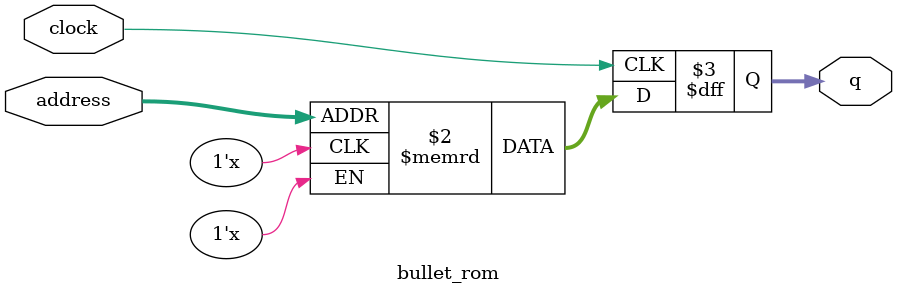
<source format=sv>
module bullet_rom (
	input logic clock,
	input logic [5:0] address,
	output logic [3:0] q
);

logic [3:0] memory [0:63] /* synthesis ram_init_file = "./bullet/bullet.mif" */;

always_ff @ (posedge clock) begin
	q <= memory[address];
end

endmodule

</source>
